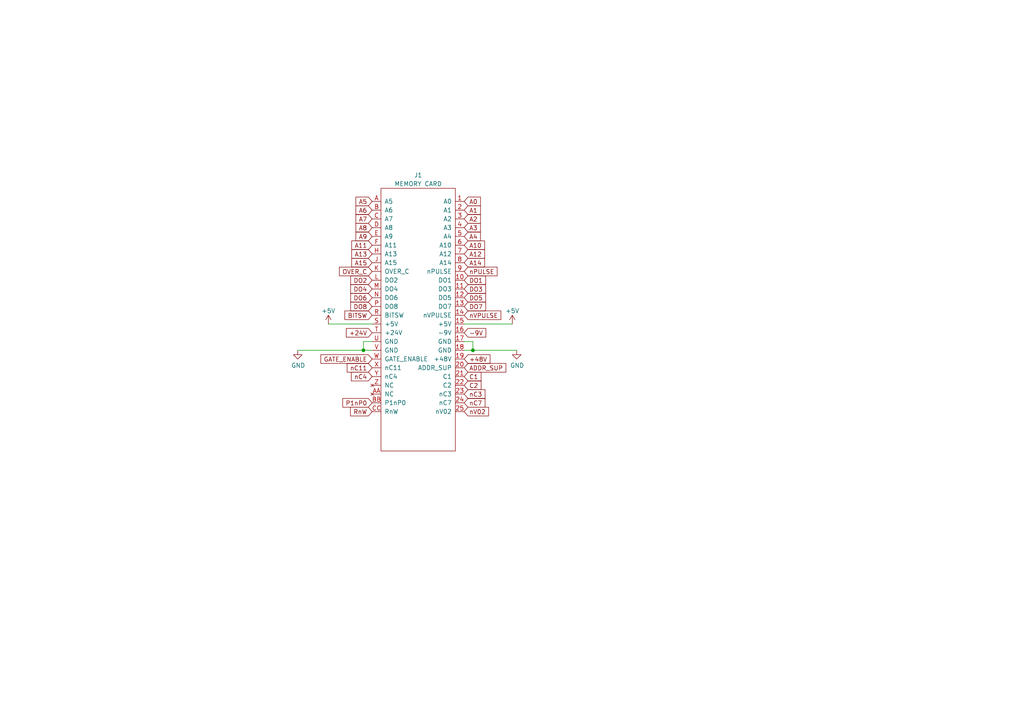
<source format=kicad_sch>
(kicad_sch (version 20230121) (generator eeschema)
  (paper "A4")
  (lib_symbols
    (symbol "CommonProjectLibrary:DATA_IO_Memory" (pin_names (offset 1.016))
      (property "Reference" "J" (at -1.27 34.29 0))
      (property "Value" "MEMORY CARD" (at 0 -38.1 0))
      (symbol "DATA_IO_Memory_0_1"
        (rectangle (start -10.16 39.37) (end 11.43 -36.83))
      )
      (symbol "DATA_IO_Memory_1_1"
        (pin input line (at 13.97 35.56 180) (length 2.54) (name "A0") (number "1"))
        (pin input line (at 13.97 12.7 180) (length 2.54) (name "DO1") (number "10"))
        (pin input line (at 13.97 10.16 180) (length 2.54) (name "DO3") (number "11"))
        (pin input line (at 13.97 7.62 180) (length 2.54) (name "DO5") (number "12"))
        (pin input line (at 13.97 5.08 180) (length 2.54) (name "DO7") (number "13"))
        (pin output line (at 13.97 2.54 180) (length 2.54) (name "nVPULSE") (number "14"))
        (pin power_in line (at 13.97 0 180) (length 2.54) (name "+5V") (number "15"))
        (pin power_in line (at 13.97 -2.54 180) (length 2.54) (name "-9V") (number "16"))
        (pin power_in line (at 13.97 -5.08 180) (length 2.54) (name "GND") (number "17"))
        (pin power_in line (at 13.97 -7.62 180) (length 2.54) (name "GND") (number "18"))
        (pin power_in line (at 13.97 -10.16 180) (length 2.54) (name "+48V") (number "19"))
        (pin input line (at 13.97 33.02 180) (length 2.54) (name "A1") (number "2"))
        (pin power_out line (at 13.97 -12.7 180) (length 2.54) (name "ADDR_SUP") (number "20"))
        (pin output line (at 13.97 -15.24 180) (length 2.54) (name "C1") (number "21"))
        (pin output line (at 13.97 -17.78 180) (length 2.54) (name "C2") (number "22"))
        (pin output line (at 13.97 -20.32 180) (length 2.54) (name "nC3") (number "23"))
        (pin output line (at 13.97 -22.86 180) (length 2.54) (name "nC7") (number "24"))
        (pin input line (at 13.97 -25.4 180) (length 2.54) (name "nV02") (number "25"))
        (pin input line (at 13.97 30.48 180) (length 2.54) (name "A2") (number "3"))
        (pin input line (at 13.97 27.94 180) (length 2.54) (name "A3") (number "4"))
        (pin input line (at 13.97 25.4 180) (length 2.54) (name "A4") (number "5"))
        (pin input line (at 13.97 22.86 180) (length 2.54) (name "A10") (number "6"))
        (pin input line (at 13.97 20.32 180) (length 2.54) (name "A12") (number "7"))
        (pin input line (at 13.97 17.78 180) (length 2.54) (name "A14") (number "8"))
        (pin output line (at 13.97 15.24 180) (length 2.54) (name "nPULSE") (number "9"))
        (pin input line (at -12.7 35.56 0) (length 2.54) (name "A5") (number "A"))
        (pin no_connect line (at -12.7 -20.32 0) (length 2.54) (name "NC") (number "AA"))
        (pin input line (at -12.7 33.02 0) (length 2.54) (name "A6") (number "B"))
        (pin input line (at -12.7 -22.86 0) (length 2.54) (name "P1nP0") (number "BB"))
        (pin input line (at -12.7 30.48 0) (length 2.54) (name "A7") (number "C"))
        (pin input line (at -12.7 -25.4 0) (length 2.54) (name "RnW") (number "CC"))
        (pin input line (at -12.7 27.94 0) (length 2.54) (name "A8") (number "D"))
        (pin input line (at -12.7 25.4 0) (length 2.54) (name "A9") (number "E"))
        (pin input line (at -12.7 22.86 0) (length 2.54) (name "A11") (number "F"))
        (pin input line (at -12.7 20.32 0) (length 2.54) (name "A13") (number "H"))
        (pin input line (at -12.7 17.78 0) (length 2.54) (name "A15") (number "J"))
        (pin input line (at -12.7 15.24 0) (length 2.54) (name "OVER_C") (number "K"))
        (pin input line (at -12.7 12.7 0) (length 2.54) (name "DO2") (number "L"))
        (pin input line (at -12.7 10.16 0) (length 2.54) (name "DO4") (number "M"))
        (pin input line (at -12.7 7.62 0) (length 2.54) (name "DO6") (number "N"))
        (pin input line (at -12.7 5.08 0) (length 2.54) (name "DO8") (number "P"))
        (pin output line (at -12.7 2.54 0) (length 2.54) (name "BITSW") (number "R"))
        (pin power_in line (at -12.7 0 0) (length 2.54) (name "+5V") (number "S"))
        (pin power_in line (at -12.7 -2.54 0) (length 2.54) (name "+24V") (number "T"))
        (pin power_in line (at -12.7 -5.08 0) (length 2.54) (name "GND") (number "U"))
        (pin power_in line (at -12.7 -7.62 0) (length 2.54) (name "GND") (number "V"))
        (pin output line (at -12.7 -10.16 0) (length 2.54) (name "GATE_ENABLE") (number "W"))
        (pin input line (at -12.7 -12.7 0) (length 2.54) (name "nC11") (number "X"))
        (pin output line (at -12.7 -15.24 0) (length 2.54) (name "nC4") (number "Y"))
        (pin no_connect line (at -12.7 -17.78 0) (length 2.54) (name "NC") (number "Z"))
      )
    )
    (symbol "power:+5V" (power) (pin_names (offset 0))
      (property "Value" "+5V" (at 0 3.556 0))
      (symbol "+5V_0_1"
        (polyline (pts (xy -0.762 1.27) (xy 0 2.54)))
        (polyline (pts (xy 0 0) (xy 0 2.54)))
        (polyline (pts (xy 0 2.54) (xy 0.762 1.27)))
      )
      (symbol "+5V_1_1"
        (pin power_in line (at 0 0 90) (length 0) hide (name "+5V") (number "1"))
      )
    )
    (symbol "power:GND" (power) (pin_names (offset 0))
      (property "Value" "GND" (at 0 -3.81 0))
      (symbol "GND_0_1"
        (polyline (pts (xy 0 0) (xy 0 -1.27) (xy 1.27 -1.27) (xy 0 -2.54) (xy -1.27 -1.27) (xy 0 -1.27)))
      )
      (symbol "GND_1_1"
        (pin power_in line (at 0 0 270) (length 0) hide (name "GND") (number "1"))
      )
    )
  )
  (junction (at 105.41 101.6))
  (junction (at 137.16 101.6))
  (wire (pts (xy 134.62 99.06) (xy 137.16 99.06)))
  (wire (pts (xy 105.41 101.6) (xy 86.36 101.6)))
  (wire (pts (xy 134.62 101.6) (xy 137.16 101.6)))
  (wire (pts (xy 137.16 101.6) (xy 149.86 101.6)))
  (wire (pts (xy 107.95 101.6) (xy 105.41 101.6)))
  (wire (pts (xy 105.41 99.06) (xy 105.41 101.6)))
  (wire (pts (xy 137.16 99.06) (xy 137.16 101.6)))
  (wire (pts (xy 134.62 93.98) (xy 148.59 93.98)))
  (wire (pts (xy 107.95 99.06) (xy 105.41 99.06)))
  (wire (pts (xy 95.25 93.98) (xy 107.95 93.98)))
  (global_label "DO3" (shape input) (at 134.62 83.82 0) (property "Intersheetrefs" "${INTERSHEET_REFS}" (effects hide)))
  (global_label "A6" (shape input) (at 107.95 60.96 180) (property "Intersheetrefs" "${INTERSHEET_REFS}" (effects hide)))
  (global_label "A15" (shape input) (at 107.95 76.2 180) (property "Intersheetrefs" "${INTERSHEET_REFS}" (effects hide)))
  (global_label "DO4" (shape input) (at 107.95 83.82 180) (property "Intersheetrefs" "${INTERSHEET_REFS}" (effects hide)))
  (global_label "+48V" (shape input) (at 134.62 104.14 0) (property "Intersheetrefs" "${INTERSHEET_REFS}" (effects hide)))
  (global_label "A8" (shape input) (at 107.95 66.04 180) (property "Intersheetrefs" "${INTERSHEET_REFS}" (effects hide)))
  (global_label "A4" (shape input) (at 134.62 68.58 0) (property "Intersheetrefs" "${INTERSHEET_REFS}" (effects hide)))
  (global_label "nVPULSE" (shape input) (at 134.62 91.44 0) (property "Intersheetrefs" "${INTERSHEET_REFS}" (effects hide)))
  (global_label "nC4" (shape input) (at 107.95 109.22 180) (property "Intersheetrefs" "${INTERSHEET_REFS}" (effects hide)))
  (global_label "DO8" (shape input) (at 107.95 88.9 180) (property "Intersheetrefs" "${INTERSHEET_REFS}" (effects hide)))
  (global_label "A9" (shape input) (at 107.95 68.58 180) (property "Intersheetrefs" "${INTERSHEET_REFS}" (effects hide)))
  (global_label "nC7" (shape input) (at 134.62 116.84 0) (property "Intersheetrefs" "${INTERSHEET_REFS}" (effects hide)))
  (global_label "A2" (shape input) (at 134.62 63.5 0) (property "Intersheetrefs" "${INTERSHEET_REFS}" (effects hide)))
  (global_label "A1" (shape input) (at 134.62 60.96 0) (property "Intersheetrefs" "${INTERSHEET_REFS}" (effects hide)))
  (global_label "A11" (shape input) (at 107.95 71.12 180) (property "Intersheetrefs" "${INTERSHEET_REFS}" (effects hide)))
  (global_label "A10" (shape input) (at 134.62 71.12 0) (property "Intersheetrefs" "${INTERSHEET_REFS}" (effects hide)))
  (global_label "+24V" (shape input) (at 107.95 96.52 180) (property "Intersheetrefs" "${INTERSHEET_REFS}" (effects hide)))
  (global_label "DO7" (shape input) (at 134.62 88.9 0) (property "Intersheetrefs" "${INTERSHEET_REFS}" (effects hide)))
  (global_label "DO1" (shape input) (at 134.62 81.28 0) (property "Intersheetrefs" "${INTERSHEET_REFS}" (effects hide)))
  (global_label "A5" (shape input) (at 107.95 58.42 180) (property "Intersheetrefs" "${INTERSHEET_REFS}" (effects hide)))
  (global_label "GATE_ENABLE" (shape input) (at 107.95 104.14 180) (property "Intersheetrefs" "${INTERSHEET_REFS}" (effects hide)))
  (global_label "A0" (shape input) (at 134.62 58.42 0) (property "Intersheetrefs" "${INTERSHEET_REFS}" (effects hide)))
  (global_label "P1nP0" (shape input) (at 107.95 116.84 180) (property "Intersheetrefs" "${INTERSHEET_REFS}" (effects hide)))
  (global_label "-9V" (shape input) (at 134.62 96.52 0) (property "Intersheetrefs" "${INTERSHEET_REFS}" (effects hide)))
  (global_label "OVER_C" (shape input) (at 107.95 78.74 180) (property "Intersheetrefs" "${INTERSHEET_REFS}" (effects hide)))
  (global_label "A3" (shape input) (at 134.62 66.04 0) (property "Intersheetrefs" "${INTERSHEET_REFS}" (effects hide)))
  (global_label "A7" (shape input) (at 107.95 63.5 180) (property "Intersheetrefs" "${INTERSHEET_REFS}" (effects hide)))
  (global_label "nV02" (shape input) (at 134.62 119.38 0) (property "Intersheetrefs" "${INTERSHEET_REFS}" (effects hide)))
  (global_label "nC3" (shape input) (at 134.62 114.3 0) (property "Intersheetrefs" "${INTERSHEET_REFS}" (effects hide)))
  (global_label "C1" (shape input) (at 134.62 109.22 0) (property "Intersheetrefs" "${INTERSHEET_REFS}" (effects hide)))
  (global_label "nPULSE" (shape input) (at 134.62 78.74 0) (property "Intersheetrefs" "${INTERSHEET_REFS}" (effects hide)))
  (global_label "DO5" (shape input) (at 134.62 86.36 0) (property "Intersheetrefs" "${INTERSHEET_REFS}" (effects hide)))
  (global_label "ADDR_SUP" (shape input) (at 134.62 106.68 0) (property "Intersheetrefs" "${INTERSHEET_REFS}" (effects hide)))
  (global_label "A12" (shape input) (at 134.62 73.66 0) (property "Intersheetrefs" "${INTERSHEET_REFS}" (effects hide)))
  (global_label "A13" (shape input) (at 107.95 73.66 180) (property "Intersheetrefs" "${INTERSHEET_REFS}" (effects hide)))
  (global_label "DO6" (shape input) (at 107.95 86.36 180) (property "Intersheetrefs" "${INTERSHEET_REFS}" (effects hide)))
  (global_label "A14" (shape input) (at 134.62 76.2 0) (property "Intersheetrefs" "${INTERSHEET_REFS}" (effects hide)))
  (global_label "RnW" (shape input) (at 107.95 119.38 180) (property "Intersheetrefs" "${INTERSHEET_REFS}" (effects hide)))
  (global_label "BITSW" (shape input) (at 107.95 91.44 180) (property "Intersheetrefs" "${INTERSHEET_REFS}" (effects hide)))
  (global_label "DO2" (shape input) (at 107.95 81.28 180) (property "Intersheetrefs" "${INTERSHEET_REFS}" (effects hide)))
  (global_label "nC11" (shape input) (at 107.95 106.68 180) (property "Intersheetrefs" "${INTERSHEET_REFS}" (effects hide)))
  (global_label "C2" (shape input) (at 134.62 111.76 0) (property "Intersheetrefs" "${INTERSHEET_REFS}" (effects hide)))
  (symbol (lib_id "power:GND") (at 149.86 101.6 0) (unit 1)
    (property "Reference" "#PWR029" (effects hide))
    (property "Value" "GND" (at 149.987 105.9942 0))
    (instances (project "DataIOTest" (path "" (reference "#PWR029") (unit 1)) (path "" (reference "#PWR02") (unit 1)) (path "" (reference "#PWR031") (unit 1))) (project "chiptester" (path "" (reference "#PWR?") (unit 1)) (path "" (reference "#PWR?") (unit 1)) (path "" (reference "#PWR0127") (unit 1))))
  )
  (symbol (lib_id "power:+5V") (at 95.25 93.98 0) (unit 1)
    (property "Reference" "#PWR040" (effects hide))
    (property "Value" "+5V" (at 95.25 90.17 0))
  )
  (symbol (lib_id "power:+5V") (at 148.59 93.98 0) (unit 1)
    (property "Reference" "#PWR029" (effects hide))
    (property "Value" "+5V" (at 148.59 90.17 0))
  )
  (symbol (lib_id "power:GND") (at 86.36 101.6 0) (unit 1)
    (property "Reference" "#PWR029" (effects hide))
    (property "Value" "GND" (at 86.487 105.9942 0))
    (instances (project "DataIOTest" (path "" (reference "#PWR029") (unit 1)) (path "" (reference "#PWR02") (unit 1)) (path "" (reference "#PWR028") (unit 1))) (project "chiptester" (path "" (reference "#PWR?") (unit 1)) (path "" (reference "#PWR?") (unit 1)) (path "" (reference "#PWR0127") (unit 1))))
  )
  (symbol (lib_id "CommonProjectLibrary:DATA_IO_Memory") (at 120.65 93.98 0) (unit 1)
    (property "Reference" "J1" (at 121.285 50.8 0))
    (property "Value" "MEMORY CARD" (at 121.285 53.34 0))
    (property "Footprint" "project-common:DATAIO_MEMORY_CONNECTOR" (effects hide))
    (instances (project "DataIOTest" (path "" (reference "J1") (unit 1)) (path "" (reference "J5") (unit 1))))
  )
)
</source>
